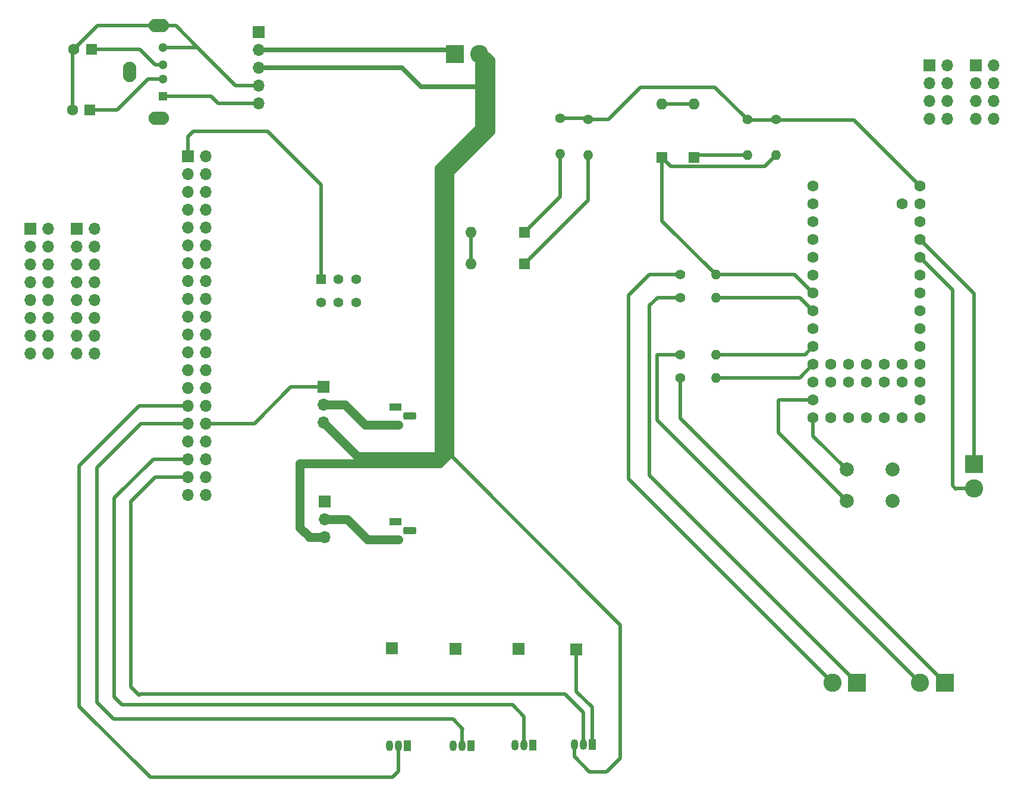
<source format=gbr>
%TF.GenerationSoftware,KiCad,Pcbnew,6.0.2-378541a8eb~116~ubuntu20.04.1*%
%TF.CreationDate,2022-03-03T13:02:12+02:00*%
%TF.ProjectId,system,73797374-656d-42e6-9b69-6361645f7063,rev?*%
%TF.SameCoordinates,Original*%
%TF.FileFunction,Copper,L1,Top*%
%TF.FilePolarity,Positive*%
%FSLAX46Y46*%
G04 Gerber Fmt 4.6, Leading zero omitted, Abs format (unit mm)*
G04 Created by KiCad (PCBNEW 6.0.2-378541a8eb~116~ubuntu20.04.1) date 2022-03-03 13:02:12*
%MOMM*%
%LPD*%
G01*
G04 APERTURE LIST*
G04 Aperture macros list*
%AMRoundRect*
0 Rectangle with rounded corners*
0 $1 Rounding radius*
0 $2 $3 $4 $5 $6 $7 $8 $9 X,Y pos of 4 corners*
0 Add a 4 corners polygon primitive as box body*
4,1,4,$2,$3,$4,$5,$6,$7,$8,$9,$2,$3,0*
0 Add four circle primitives for the rounded corners*
1,1,$1+$1,$2,$3*
1,1,$1+$1,$4,$5*
1,1,$1+$1,$6,$7*
1,1,$1+$1,$8,$9*
0 Add four rect primitives between the rounded corners*
20,1,$1+$1,$2,$3,$4,$5,0*
20,1,$1+$1,$4,$5,$6,$7,0*
20,1,$1+$1,$6,$7,$8,$9,0*
20,1,$1+$1,$8,$9,$2,$3,0*%
G04 Aperture macros list end*
%TA.AperFunction,ComponentPad*%
%ADD10R,1.700000X1.700000*%
%TD*%
%TA.AperFunction,ComponentPad*%
%ADD11C,1.400000*%
%TD*%
%TA.AperFunction,ComponentPad*%
%ADD12O,1.400000X1.400000*%
%TD*%
%TA.AperFunction,ComponentPad*%
%ADD13O,1.700000X1.700000*%
%TD*%
%TA.AperFunction,ComponentPad*%
%ADD14R,1.050000X1.500000*%
%TD*%
%TA.AperFunction,ComponentPad*%
%ADD15O,1.050000X1.500000*%
%TD*%
%TA.AperFunction,ComponentPad*%
%ADD16R,1.600000X1.600000*%
%TD*%
%TA.AperFunction,ComponentPad*%
%ADD17C,1.600000*%
%TD*%
%TA.AperFunction,ComponentPad*%
%ADD18O,1.600000X1.600000*%
%TD*%
%TA.AperFunction,ComponentPad*%
%ADD19R,2.600000X2.600000*%
%TD*%
%TA.AperFunction,ComponentPad*%
%ADD20C,2.600000*%
%TD*%
%TA.AperFunction,ComponentPad*%
%ADD21R,1.800000X1.100000*%
%TD*%
%TA.AperFunction,ComponentPad*%
%ADD22RoundRect,0.275000X-0.625000X0.275000X-0.625000X-0.275000X0.625000X-0.275000X0.625000X0.275000X0*%
%TD*%
%TA.AperFunction,ComponentPad*%
%ADD23C,2.000000*%
%TD*%
%TA.AperFunction,ComponentPad*%
%ADD24R,1.300000X1.300000*%
%TD*%
%TA.AperFunction,ComponentPad*%
%ADD25C,1.300000*%
%TD*%
%TA.AperFunction,ComponentPad*%
%ADD26O,2.900000X1.900000*%
%TD*%
%TA.AperFunction,ComponentPad*%
%ADD27O,1.900000X2.900000*%
%TD*%
%TA.AperFunction,ComponentPad*%
%ADD28R,1.400000X1.400000*%
%TD*%
%TA.AperFunction,Conductor*%
%ADD29C,1.300000*%
%TD*%
%TA.AperFunction,Conductor*%
%ADD30C,0.500000*%
%TD*%
%TA.AperFunction,Conductor*%
%ADD31C,0.700000*%
%TD*%
G04 APERTURE END LIST*
D10*
%TO.P,Sol4,1*%
%TO.N,Net-(Q1-Pad1)*%
X178800000Y-125400000D03*
%TD*%
%TO.P,Sol2,1*%
%TO.N,Net-(Q3-Pad1)*%
X169900000Y-125400000D03*
%TD*%
D11*
%TO.P,R6,1*%
%TO.N,/Encoder_2_A*%
X201832000Y-83474000D03*
D12*
%TO.P,R6,2*%
%TO.N,Net-(D3-Pad1)*%
X206912000Y-83474000D03*
%TD*%
D11*
%TO.P,R7,1*%
%TO.N,Net-(R1-Pad1)*%
X184772000Y-49834000D03*
D12*
%TO.P,R7,2*%
%TO.N,Net-(D4-Pad1)*%
X184772000Y-54914000D03*
%TD*%
D10*
%TO.P,J12,1,Pin_1*%
%TO.N,unconnected-(J12-Pad1)*%
X243925000Y-42300000D03*
D13*
%TO.P,J12,2,Pin_2*%
%TO.N,unconnected-(J12-Pad2)*%
X246465000Y-42300000D03*
%TO.P,J12,3,Pin_3*%
%TO.N,unconnected-(J12-Pad3)*%
X243925000Y-44840000D03*
%TO.P,J12,4,Pin_4*%
%TO.N,unconnected-(J12-Pad4)*%
X246465000Y-44840000D03*
%TO.P,J12,5,Pin_5*%
%TO.N,unconnected-(J12-Pad5)*%
X243925000Y-47380000D03*
%TO.P,J12,6,Pin_6*%
%TO.N,unconnected-(J12-Pad6)*%
X246465000Y-47380000D03*
%TO.P,J12,7,Pin_7*%
%TO.N,unconnected-(J12-Pad7)*%
X243925000Y-49920000D03*
%TO.P,J12,8,Pin_8*%
%TO.N,unconnected-(J12-Pad8)*%
X246465000Y-49920000D03*
%TD*%
D11*
%TO.P,R4,1*%
%TO.N,/Encoder_1_B*%
X201832000Y-75376000D03*
D12*
%TO.P,R4,2*%
%TO.N,Net-(D2-Pad1)*%
X206912000Y-75376000D03*
%TD*%
D11*
%TO.P,R8,1*%
%TO.N,/Encoder_2_B*%
X201832000Y-86776000D03*
D12*
%TO.P,R8,2*%
%TO.N,Net-(D4-Pad1)*%
X206912000Y-86776000D03*
%TD*%
D14*
%TO.P,Q1,1,D*%
%TO.N,Net-(Q1-Pad1)*%
X180900000Y-139100000D03*
D15*
%TO.P,Q1,2,G*%
%TO.N,/GPIO_19*%
X179630000Y-139100000D03*
%TO.P,Q1,3,S*%
%TO.N,GND*%
X178360000Y-139100000D03*
%TD*%
D10*
%TO.P,J4,1,Pin_1*%
%TO.N,/GPIO_13*%
X151190000Y-104387500D03*
D13*
%TO.P,J4,2,Pin_2*%
%TO.N,Net-(J4-Pad2)*%
X151190000Y-106927500D03*
%TO.P,J4,3,Pin_3*%
%TO.N,GND*%
X151190000Y-109467500D03*
%TD*%
D10*
%TO.P,Reg1,1,EN*%
%TO.N,unconnected-(Reg1-Pad1)*%
X141825000Y-37550000D03*
D13*
%TO.P,Reg1,2,V_in*%
%TO.N,+8V*%
X141825000Y-40090000D03*
%TO.P,Reg1,3,GND*%
%TO.N,GND*%
X141825000Y-42630000D03*
%TO.P,Reg1,4,GND*%
X141825000Y-45170000D03*
%TO.P,Reg1,5,V_out*%
%TO.N,Net-(Reg1-Pad5)*%
X141825000Y-47710000D03*
%TD*%
D16*
%TO.P,C1,1*%
%TO.N,Net-(C1-Pad1)*%
X117800000Y-48600000D03*
D17*
%TO.P,C1,2*%
%TO.N,GND*%
X115300000Y-48600000D03*
%TD*%
D14*
%TO.P,Q3,1,D*%
%TO.N,Net-(Q3-Pad1)*%
X172100000Y-139200000D03*
D15*
%TO.P,Q3,2,G*%
%TO.N,/GPIO_6*%
X170830000Y-139200000D03*
%TO.P,Q3,3,S*%
%TO.N,GND*%
X169560000Y-139200000D03*
%TD*%
D16*
%TO.P,D1,1,K*%
%TO.N,Net-(D1-Pad1)*%
X199272000Y-55384000D03*
D18*
%TO.P,D1,2,A*%
%TO.N,GND*%
X199272000Y-47764000D03*
%TD*%
D10*
%TO.P,J10,1,Pin_1*%
%TO.N,unconnected-(J10-Pad1)*%
X109325000Y-65525000D03*
D13*
%TO.P,J10,2,Pin_2*%
%TO.N,unconnected-(J10-Pad2)*%
X111865000Y-65525000D03*
%TO.P,J10,3,Pin_3*%
%TO.N,unconnected-(J10-Pad3)*%
X109325000Y-68065000D03*
%TO.P,J10,4,Pin_4*%
%TO.N,unconnected-(J10-Pad4)*%
X111865000Y-68065000D03*
%TO.P,J10,5,Pin_5*%
%TO.N,unconnected-(J10-Pad5)*%
X109325000Y-70605000D03*
%TO.P,J10,6,Pin_6*%
%TO.N,unconnected-(J10-Pad6)*%
X111865000Y-70605000D03*
%TO.P,J10,7,Pin_7*%
%TO.N,unconnected-(J10-Pad7)*%
X109325000Y-73145000D03*
%TO.P,J10,8,Pin_8*%
%TO.N,unconnected-(J10-Pad8)*%
X111865000Y-73145000D03*
%TO.P,J10,9,Pin_9*%
%TO.N,unconnected-(J10-Pad9)*%
X109325000Y-75685000D03*
%TO.P,J10,10,Pin_10*%
%TO.N,unconnected-(J10-Pad10)*%
X111865000Y-75685000D03*
%TO.P,J10,11,Pin_11*%
%TO.N,unconnected-(J10-Pad11)*%
X109325000Y-78225000D03*
%TO.P,J10,12,Pin_12*%
%TO.N,unconnected-(J10-Pad12)*%
X111865000Y-78225000D03*
%TO.P,J10,13,Pin_13*%
%TO.N,unconnected-(J10-Pad13)*%
X109325000Y-80765000D03*
%TO.P,J10,14,Pin_14*%
%TO.N,unconnected-(J10-Pad14)*%
X111865000Y-80765000D03*
%TO.P,J10,15,Pin_15*%
%TO.N,unconnected-(J10-Pad15)*%
X109325000Y-83305000D03*
%TO.P,J10,16,Pin_16*%
%TO.N,unconnected-(J10-Pad16)*%
X111865000Y-83305000D03*
%TD*%
D19*
%TO.P,J5,1,Pin_1*%
%TO.N,/Encoder_2_B*%
X239500000Y-130200000D03*
D20*
%TO.P,J5,2,Pin_2*%
%TO.N,/Encoder_2_A*%
X236000000Y-130200000D03*
%TD*%
D21*
%TO.P,Q6,1,G*%
%TO.N,Net-(Q5-Pad1)*%
X161290000Y-107312500D03*
D22*
%TO.P,Q6,2,D*%
%TO.N,+8V*%
X163360000Y-108582500D03*
%TO.P,Q6,3,S*%
%TO.N,Net-(J4-Pad2)*%
X161290000Y-109852500D03*
%TD*%
D11*
%TO.P,R3,1*%
%TO.N,/Encoder_1_A*%
X201832000Y-72074000D03*
D12*
%TO.P,R3,2*%
%TO.N,Net-(D1-Pad1)*%
X206912000Y-72074000D03*
%TD*%
D23*
%TO.P,SW2,1,1*%
%TO.N,Net-(SW2-Pad1)*%
X225550000Y-104350000D03*
X232050000Y-104350000D03*
%TO.P,SW2,2,2*%
%TO.N,Net-(SW2-Pad2)*%
X225550000Y-99850000D03*
X232050000Y-99850000D03*
%TD*%
D17*
%TO.P,U1,1,GND*%
%TO.N,GND*%
X220760000Y-59480000D03*
%TO.P,U1,2,0_RX1_CRX2_CS1*%
%TO.N,unconnected-(U1-Pad2)*%
X220760000Y-62020000D03*
%TO.P,U1,3,1_TX1_CTX2_MISO1*%
%TO.N,unconnected-(U1-Pad3)*%
X220760000Y-64560000D03*
%TO.P,U1,4,2_OUT2*%
%TO.N,unconnected-(U1-Pad4)*%
X220760000Y-67100000D03*
%TO.P,U1,5,3_LRCLK2*%
%TO.N,unconnected-(U1-Pad5)*%
X220760000Y-69640000D03*
%TO.P,U1,6,4_BCLK2*%
%TO.N,unconnected-(U1-Pad6)*%
X220760000Y-72180000D03*
%TO.P,U1,7,5_IN2*%
%TO.N,Net-(D1-Pad1)*%
X220760000Y-74720000D03*
%TO.P,U1,8,6_OUT1D*%
%TO.N,Net-(D2-Pad1)*%
X220760000Y-77260000D03*
%TO.P,U1,9,7_RX2_OUT1A*%
%TO.N,unconnected-(U1-Pad9)*%
X220760000Y-79800000D03*
%TO.P,U1,10,8_TX2_IN1*%
%TO.N,Net-(D3-Pad1)*%
X220760000Y-82340000D03*
%TO.P,U1,11,9_OUT1C*%
%TO.N,Net-(D4-Pad1)*%
X220760000Y-84880000D03*
%TO.P,U1,12,10_CS_MQSR*%
%TO.N,unconnected-(U1-Pad12)*%
X220760000Y-87420000D03*
%TO.P,U1,13,11_MOSI_CTX1*%
%TO.N,Net-(SW2-Pad1)*%
X220760000Y-89960000D03*
%TO.P,U1,14,12_MISO_MQSL*%
%TO.N,Net-(SW2-Pad2)*%
X220760000Y-92500000D03*
%TO.P,U1,15,VBAT*%
%TO.N,unconnected-(U1-Pad15)*%
X223300000Y-92500000D03*
%TO.P,U1,16,3V3*%
%TO.N,unconnected-(U1-Pad16)*%
X225840000Y-92500000D03*
%TO.P,U1,17,GND*%
%TO.N,unconnected-(U1-Pad17)*%
X228380000Y-92500000D03*
%TO.P,U1,18,PROGRAM*%
%TO.N,unconnected-(U1-Pad18)*%
X230920000Y-92500000D03*
%TO.P,U1,19,ON_OFF*%
%TO.N,unconnected-(U1-Pad19)*%
X233460000Y-92500000D03*
%TO.P,U1,20,13_SCK_CRX1_LED*%
%TO.N,unconnected-(U1-Pad20)*%
X236000000Y-92500000D03*
%TO.P,U1,21,14_A0_TX3_SPDIF_OUT*%
%TO.N,unconnected-(U1-Pad21)*%
X236000000Y-89960000D03*
%TO.P,U1,22,15_A1_RX3_SPDIF_IN*%
%TO.N,unconnected-(U1-Pad22)*%
X236000000Y-87420000D03*
%TO.P,U1,23,16_A2_RX4_SCL1*%
%TO.N,unconnected-(U1-Pad23)*%
X236000000Y-84880000D03*
%TO.P,U1,24,17_A3_TX4_SDA1*%
%TO.N,unconnected-(U1-Pad24)*%
X236000000Y-82340000D03*
%TO.P,U1,25,18_A4_SDA0*%
%TO.N,unconnected-(U1-Pad25)*%
X236000000Y-79800000D03*
%TO.P,U1,26,19_A5_SCL0*%
%TO.N,unconnected-(U1-Pad26)*%
X236000000Y-77260000D03*
%TO.P,U1,27,20_A6_TX5_LRCLK1*%
%TO.N,unconnected-(U1-Pad27)*%
X236000000Y-74720000D03*
%TO.P,U1,28,21_A7_RX5_BCLK1*%
%TO.N,unconnected-(U1-Pad28)*%
X236000000Y-72180000D03*
%TO.P,U1,29,22_A8_CTX1*%
%TO.N,/Servo_Left*%
X236000000Y-69640000D03*
%TO.P,U1,30,23_A9_CRX1_MCLK1*%
%TO.N,/Servo_Right*%
X236000000Y-67100000D03*
%TO.P,U1,31,3V3*%
%TO.N,unconnected-(U1-Pad31)*%
X236000000Y-64560000D03*
%TO.P,U1,32,GND*%
%TO.N,GND*%
X236000000Y-62020000D03*
%TO.P,U1,33,VIN*%
%TO.N,Net-(R1-Pad1)*%
X236000000Y-59480000D03*
%TO.P,U1,34,VUSB*%
%TO.N,unconnected-(U1-Pad34)*%
X233460000Y-62020000D03*
%TO.P,U1,35,24_A10_TX6_SCL2*%
%TO.N,unconnected-(U1-Pad35)*%
X233460000Y-87420000D03*
%TO.P,U1,36,25_A11_RX6_SDA2*%
%TO.N,unconnected-(U1-Pad36)*%
X233460000Y-84880000D03*
%TO.P,U1,37,26_A12_MOSI1*%
%TO.N,unconnected-(U1-Pad37)*%
X230920000Y-87420000D03*
%TO.P,U1,38,27_A13_SCK1*%
%TO.N,unconnected-(U1-Pad38)*%
X230920000Y-84880000D03*
%TO.P,U1,39,28_RX7*%
%TO.N,unconnected-(U1-Pad39)*%
X228380000Y-87420000D03*
%TO.P,U1,40,29_TX7*%
%TO.N,unconnected-(U1-Pad40)*%
X228380000Y-84880000D03*
%TO.P,U1,41,30_CRX3*%
%TO.N,unconnected-(U1-Pad41)*%
X225840000Y-87420000D03*
%TO.P,U1,42,31_CTX3*%
%TO.N,unconnected-(U1-Pad42)*%
X225840000Y-84880000D03*
%TO.P,U1,43,32_OUT1B*%
%TO.N,unconnected-(U1-Pad43)*%
X223300000Y-87420000D03*
%TO.P,U1,44,33_MCLK2*%
%TO.N,unconnected-(U1-Pad44)*%
X223300000Y-84880000D03*
%TD*%
D16*
%TO.P,D2,1,K*%
%TO.N,Net-(D2-Pad1)*%
X203772000Y-55384000D03*
D18*
%TO.P,D2,2,A*%
%TO.N,GND*%
X203772000Y-47764000D03*
%TD*%
D11*
%TO.P,R2,1*%
%TO.N,Net-(R1-Pad1)*%
X211400000Y-50000000D03*
D12*
%TO.P,R2,2*%
%TO.N,Net-(D2-Pad1)*%
X211400000Y-55080000D03*
%TD*%
D24*
%TO.P,J8,1,VBUS*%
%TO.N,Net-(Reg1-Pad5)*%
X128200000Y-46700000D03*
D25*
%TO.P,J8,2,D-*%
%TO.N,Net-(C1-Pad1)*%
X128200000Y-44200000D03*
%TO.P,J8,3,D+*%
%TO.N,Net-(C2-Pad1)*%
X128200000Y-42200000D03*
%TO.P,J8,4,GND*%
%TO.N,GND*%
X128200000Y-39700000D03*
D26*
%TO.P,J8,5,Shield*%
X127600000Y-49770000D03*
D27*
X123420000Y-43200000D03*
D26*
X127600000Y-36630000D03*
%TD*%
D16*
%TO.P,C2,1*%
%TO.N,Net-(C2-Pad1)*%
X118028856Y-40000000D03*
D17*
%TO.P,C2,2*%
%TO.N,GND*%
X115528856Y-40000000D03*
%TD*%
D10*
%TO.P,Sol3,1*%
%TO.N,Net-(Q4-Pad1)*%
X160775000Y-125350000D03*
%TD*%
D19*
%TO.P,J6,1,Pin_1*%
%TO.N,/Servo_Right*%
X243655000Y-99050000D03*
D20*
%TO.P,J6,2,Pin_2*%
%TO.N,/Servo_Left*%
X243655000Y-102550000D03*
%TD*%
D16*
%TO.P,D3,1,K*%
%TO.N,Net-(D3-Pad1)*%
X179682000Y-70574000D03*
D18*
%TO.P,D3,2,A*%
%TO.N,GND*%
X172062000Y-70574000D03*
%TD*%
D11*
%TO.P,R1,1*%
%TO.N,Net-(R1-Pad1)*%
X215500000Y-49960000D03*
D12*
%TO.P,R1,2*%
%TO.N,Net-(D1-Pad1)*%
X215500000Y-55040000D03*
%TD*%
D28*
%TO.P,SW1,1,A*%
%TO.N,/3.3V*%
X150692500Y-72750000D03*
D11*
%TO.P,SW1,2,B*%
%TO.N,Net-(Q5-Pad1)*%
X153192500Y-72750000D03*
%TO.P,SW1,3*%
%TO.N,N/C*%
X155692500Y-72750000D03*
%TO.P,SW1,4*%
X150692500Y-76050000D03*
%TO.P,SW1,5*%
X153192500Y-76050000D03*
%TO.P,SW1,6*%
X155692500Y-76050000D03*
%TD*%
D10*
%TO.P,J1,1,Pin_1*%
%TO.N,/3.3V*%
X131800000Y-55200000D03*
D13*
%TO.P,J1,2,Pin_2*%
%TO.N,/5V*%
X134340000Y-55200000D03*
%TO.P,J1,3,Pin_3*%
%TO.N,/GPIO_2*%
X131800000Y-57740000D03*
%TO.P,J1,4,Pin_4*%
%TO.N,/5V*%
X134340000Y-57740000D03*
%TO.P,J1,5,Pin_5*%
%TO.N,/GPIO_3*%
X131800000Y-60280000D03*
%TO.P,J1,6,Pin_6*%
%TO.N,/Ground*%
X134340000Y-60280000D03*
%TO.P,J1,7,Pin_7*%
%TO.N,/GPIO_4*%
X131800000Y-62820000D03*
%TO.P,J1,8,Pin_8*%
%TO.N,/GPIO_14*%
X134340000Y-62820000D03*
%TO.P,J1,9,Pin_9*%
%TO.N,/Ground*%
X131800000Y-65360000D03*
%TO.P,J1,10,Pin_10*%
%TO.N,/GPIO_15*%
X134340000Y-65360000D03*
%TO.P,J1,11,Pin_11*%
%TO.N,/GPIO_17*%
X131800000Y-67900000D03*
%TO.P,J1,12,Pin_12*%
%TO.N,/GPIO_18*%
X134340000Y-67900000D03*
%TO.P,J1,13,Pin_13*%
%TO.N,/GPIO_27*%
X131800000Y-70440000D03*
%TO.P,J1,14,Pin_14*%
%TO.N,/Ground*%
X134340000Y-70440000D03*
%TO.P,J1,15,Pin_15*%
%TO.N,/GPIO_22*%
X131800000Y-72980000D03*
%TO.P,J1,16,Pin_16*%
%TO.N,/GPIO_23*%
X134340000Y-72980000D03*
%TO.P,J1,17,Pin_17*%
%TO.N,/3.3V*%
X131800000Y-75520000D03*
%TO.P,J1,18,Pin_18*%
%TO.N,/GPIO_24*%
X134340000Y-75520000D03*
%TO.P,J1,19,Pin_19*%
%TO.N,/GPIO_10*%
X131800000Y-78060000D03*
%TO.P,J1,20,Pin_20*%
%TO.N,/Ground*%
X134340000Y-78060000D03*
%TO.P,J1,21,Pin_21*%
%TO.N,/GPIO_9*%
X131800000Y-80600000D03*
%TO.P,J1,22,Pin_22*%
%TO.N,/GPIO_25*%
X134340000Y-80600000D03*
%TO.P,J1,23,Pin_23*%
%TO.N,/GPIO_11*%
X131800000Y-83140000D03*
%TO.P,J1,24,Pin_24*%
%TO.N,/GPIO_8*%
X134340000Y-83140000D03*
%TO.P,J1,25,Pin_25*%
%TO.N,/Ground*%
X131800000Y-85680000D03*
%TO.P,J1,26,Pin_26*%
%TO.N,/GPIO_7*%
X134340000Y-85680000D03*
%TO.P,J1,27,Pin_27*%
%TO.N,/GPIO_0*%
X131800000Y-88220000D03*
%TO.P,J1,28,Pin_28*%
%TO.N,/GPIO_1*%
X134340000Y-88220000D03*
%TO.P,J1,29,Pin_29*%
%TO.N,/GPIO_5*%
X131800000Y-90760000D03*
%TO.P,J1,30,Pin_30*%
%TO.N,/Ground*%
X134340000Y-90760000D03*
%TO.P,J1,31,Pin_31*%
%TO.N,/GPIO_6*%
X131800000Y-93300000D03*
%TO.P,J1,32,Pin_32*%
%TO.N,/GPIO_12*%
X134340000Y-93300000D03*
%TO.P,J1,33,Pin_33*%
%TO.N,/GPIO_13*%
X131800000Y-95840000D03*
%TO.P,J1,34,Pin_34*%
%TO.N,/Ground*%
X134340000Y-95840000D03*
%TO.P,J1,35,Pin_35*%
%TO.N,/GPIO_19*%
X131800000Y-98380000D03*
%TO.P,J1,36,Pin_36*%
%TO.N,/GPIO_16*%
X134340000Y-98380000D03*
%TO.P,J1,37,Pin_37*%
%TO.N,/GPIO_26*%
X131800000Y-100920000D03*
%TO.P,J1,38,Pin_38*%
%TO.N,/GPIO_20*%
X134340000Y-100920000D03*
%TO.P,J1,39,Pin_39*%
%TO.N,/Ground*%
X131800000Y-103460000D03*
%TO.P,J1,40,Pin_40*%
%TO.N,/GPIO_21*%
X134340000Y-103460000D03*
%TD*%
D10*
%TO.P,J3,1,Pin_1*%
%TO.N,/GPIO_12*%
X151090000Y-88087500D03*
D13*
%TO.P,J3,2,Pin_2*%
%TO.N,Net-(J3-Pad2)*%
X151090000Y-90627500D03*
%TO.P,J3,3,Pin_3*%
%TO.N,GND*%
X151090000Y-93167500D03*
%TD*%
D10*
%TO.P,Sol1,1*%
%TO.N,Net-(Q2-Pad1)*%
X187075000Y-125450000D03*
%TD*%
D16*
%TO.P,D4,1,K*%
%TO.N,Net-(D4-Pad1)*%
X179682000Y-66074000D03*
D18*
%TO.P,D4,2,A*%
%TO.N,GND*%
X172062000Y-66074000D03*
%TD*%
D11*
%TO.P,R5,1*%
%TO.N,Net-(R1-Pad1)*%
X188772000Y-49974000D03*
D12*
%TO.P,R5,2*%
%TO.N,Net-(D3-Pad1)*%
X188772000Y-55054000D03*
%TD*%
D19*
%TO.P,J2,1,Pin_1*%
%TO.N,/Encoder_1_B*%
X227000000Y-130200000D03*
D20*
%TO.P,J2,2,Pin_2*%
%TO.N,/Encoder_1_A*%
X223500000Y-130200000D03*
%TD*%
D14*
%TO.P,Q2,1,D*%
%TO.N,Net-(Q2-Pad1)*%
X189300000Y-139050000D03*
D15*
%TO.P,Q2,2,G*%
%TO.N,/GPIO_26*%
X188030000Y-139050000D03*
%TO.P,Q2,3,S*%
%TO.N,GND*%
X186760000Y-139050000D03*
%TD*%
D21*
%TO.P,Q5,1,G*%
%TO.N,Net-(Q5-Pad1)*%
X161290000Y-90912500D03*
D22*
%TO.P,Q5,2,D*%
%TO.N,+8V*%
X163360000Y-92182500D03*
%TO.P,Q5,3,S*%
%TO.N,Net-(J3-Pad2)*%
X161290000Y-93452500D03*
%TD*%
D14*
%TO.P,Q4,1,D*%
%TO.N,Net-(Q4-Pad1)*%
X163000000Y-139200000D03*
D15*
%TO.P,Q4,2,G*%
%TO.N,/GPIO_5*%
X161730000Y-139200000D03*
%TO.P,Q4,3,S*%
%TO.N,GND*%
X160460000Y-139200000D03*
%TD*%
D10*
%TO.P,J11,1,Pin_1*%
%TO.N,unconnected-(J11-Pad1)*%
X237350000Y-42300000D03*
D13*
%TO.P,J11,2,Pin_2*%
%TO.N,unconnected-(J11-Pad2)*%
X239890000Y-42300000D03*
%TO.P,J11,3,Pin_3*%
%TO.N,unconnected-(J11-Pad3)*%
X237350000Y-44840000D03*
%TO.P,J11,4,Pin_4*%
%TO.N,unconnected-(J11-Pad4)*%
X239890000Y-44840000D03*
%TO.P,J11,5,Pin_5*%
%TO.N,unconnected-(J11-Pad5)*%
X237350000Y-47380000D03*
%TO.P,J11,6,Pin_6*%
%TO.N,unconnected-(J11-Pad6)*%
X239890000Y-47380000D03*
%TO.P,J11,7,Pin_7*%
%TO.N,unconnected-(J11-Pad7)*%
X237350000Y-49920000D03*
%TO.P,J11,8,Pin_8*%
%TO.N,unconnected-(J11-Pad8)*%
X239890000Y-49920000D03*
%TD*%
D10*
%TO.P,J9,1,Pin_1*%
%TO.N,unconnected-(J9-Pad1)*%
X115925000Y-65525000D03*
D13*
%TO.P,J9,2,Pin_2*%
%TO.N,unconnected-(J9-Pad2)*%
X118465000Y-65525000D03*
%TO.P,J9,3,Pin_3*%
%TO.N,unconnected-(J9-Pad3)*%
X115925000Y-68065000D03*
%TO.P,J9,4,Pin_4*%
%TO.N,unconnected-(J9-Pad4)*%
X118465000Y-68065000D03*
%TO.P,J9,5,Pin_5*%
%TO.N,unconnected-(J9-Pad5)*%
X115925000Y-70605000D03*
%TO.P,J9,6,Pin_6*%
%TO.N,unconnected-(J9-Pad6)*%
X118465000Y-70605000D03*
%TO.P,J9,7,Pin_7*%
%TO.N,unconnected-(J9-Pad7)*%
X115925000Y-73145000D03*
%TO.P,J9,8,Pin_8*%
%TO.N,unconnected-(J9-Pad8)*%
X118465000Y-73145000D03*
%TO.P,J9,9,Pin_9*%
%TO.N,unconnected-(J9-Pad9)*%
X115925000Y-75685000D03*
%TO.P,J9,10,Pin_10*%
%TO.N,unconnected-(J9-Pad10)*%
X118465000Y-75685000D03*
%TO.P,J9,11,Pin_11*%
%TO.N,unconnected-(J9-Pad11)*%
X115925000Y-78225000D03*
%TO.P,J9,12,Pin_12*%
%TO.N,unconnected-(J9-Pad12)*%
X118465000Y-78225000D03*
%TO.P,J9,13,Pin_13*%
%TO.N,unconnected-(J9-Pad13)*%
X115925000Y-80765000D03*
%TO.P,J9,14,Pin_14*%
%TO.N,unconnected-(J9-Pad14)*%
X118465000Y-80765000D03*
%TO.P,J9,15,Pin_15*%
%TO.N,unconnected-(J9-Pad15)*%
X115925000Y-83305000D03*
%TO.P,J9,16,Pin_16*%
%TO.N,unconnected-(J9-Pad16)*%
X118465000Y-83305000D03*
%TD*%
D19*
%TO.P,J7,1,Pin_1*%
%TO.N,+8V*%
X169750000Y-40645000D03*
D20*
%TO.P,J7,2,Pin_2*%
%TO.N,GND*%
X173250000Y-40645000D03*
%TD*%
D29*
%TO.N,GND*%
X147700000Y-99000000D02*
X147700000Y-108100000D01*
X167640000Y-98000000D02*
X168580000Y-98000000D01*
X168660000Y-57440000D02*
X168660000Y-97920000D01*
X155922500Y-98000000D02*
X167640000Y-98000000D01*
D30*
X138570000Y-45170000D02*
X133100000Y-39700000D01*
X193300000Y-141000000D02*
X193300000Y-122000000D01*
D29*
X173905000Y-40645000D02*
X174500000Y-41240000D01*
D30*
X130030000Y-36630000D02*
X133100000Y-39700000D01*
X115300000Y-48600000D02*
X115300000Y-40228856D01*
D29*
X156500000Y-99000000D02*
X147700000Y-99000000D01*
D30*
X141825000Y-45170000D02*
X138570000Y-45170000D01*
D29*
X151090000Y-93167500D02*
X155922500Y-98000000D01*
X149032500Y-109432500D02*
X149032500Y-109467500D01*
X168660000Y-97920000D02*
X168580000Y-98000000D01*
D30*
X186760000Y-139050000D02*
X186760000Y-140760000D01*
X193300000Y-122000000D02*
X169400000Y-98100000D01*
D29*
X174500000Y-41240000D02*
X174500000Y-51600000D01*
D31*
X164950000Y-45350000D02*
X173250000Y-45350000D01*
D30*
X186760000Y-140760000D02*
X188900000Y-142900000D01*
D29*
X167500000Y-56920000D02*
X167500000Y-97860000D01*
D30*
X115300000Y-40228856D02*
X115528856Y-40000000D01*
D29*
X156300000Y-98800000D02*
X156500000Y-99000000D01*
D30*
X175300000Y-51800000D02*
X175300000Y-41400000D01*
D29*
X173250000Y-43250000D02*
X173250000Y-45350000D01*
D31*
X162230000Y-42630000D02*
X164950000Y-45350000D01*
D30*
X169400000Y-57700000D02*
X175300000Y-51800000D01*
D29*
X167580000Y-99000000D02*
X168580000Y-98000000D01*
X173250000Y-45350000D02*
X173250000Y-51170000D01*
D30*
X127600000Y-36630000D02*
X130030000Y-36630000D01*
D29*
X149032500Y-109467500D02*
X151190000Y-109467500D01*
D31*
X141825000Y-42630000D02*
X162230000Y-42630000D01*
D30*
X173250000Y-44650000D02*
X173250000Y-43250000D01*
D29*
X167500000Y-97860000D02*
X167640000Y-98000000D01*
D30*
X199272000Y-47764000D02*
X203772000Y-47764000D01*
X169400000Y-98100000D02*
X169400000Y-57700000D01*
D29*
X173250000Y-40645000D02*
X173905000Y-40645000D01*
D30*
X118898856Y-36630000D02*
X127600000Y-36630000D01*
X174545000Y-40645000D02*
X173250000Y-40645000D01*
X188900000Y-142900000D02*
X191400000Y-142900000D01*
D29*
X147700000Y-108100000D02*
X149032500Y-109432500D01*
D30*
X175300000Y-41400000D02*
X174545000Y-40645000D01*
X172062000Y-66074000D02*
X172062000Y-70574000D01*
D29*
X173250000Y-40645000D02*
X173250000Y-43250000D01*
D30*
X133100000Y-39700000D02*
X128200000Y-39700000D01*
X115528856Y-40000000D02*
X118898856Y-36630000D01*
D29*
X173250000Y-51170000D02*
X167500000Y-56920000D01*
D30*
X191400000Y-142900000D02*
X193300000Y-141000000D01*
D29*
X156500000Y-99000000D02*
X167580000Y-99000000D01*
X174500000Y-51600000D02*
X168660000Y-57440000D01*
D30*
%TO.N,Net-(D2-Pad1)*%
X218876000Y-75376000D02*
X220760000Y-77260000D01*
X204076000Y-55080000D02*
X203772000Y-55384000D01*
X206912000Y-75376000D02*
X218876000Y-75376000D01*
X211400000Y-55080000D02*
X204076000Y-55080000D01*
%TO.N,Net-(D4-Pad1)*%
X184772000Y-60984000D02*
X179682000Y-66074000D01*
X218864000Y-86776000D02*
X220760000Y-84880000D01*
X206912000Y-86776000D02*
X218864000Y-86776000D01*
X184772000Y-54914000D02*
X184772000Y-60984000D01*
%TO.N,/3.3V*%
X132500000Y-51700000D02*
X143100000Y-51700000D01*
X131800000Y-55200000D02*
X131800000Y-52400000D01*
X150692500Y-59292500D02*
X150692500Y-72750000D01*
X131800000Y-52400000D02*
X132500000Y-51700000D01*
X143100000Y-51700000D02*
X150692500Y-59292500D01*
%TO.N,/GPIO_5*%
X160900000Y-143700000D02*
X161730000Y-142870000D01*
X131800000Y-90760000D02*
X124840000Y-90760000D01*
X161730000Y-142870000D02*
X161730000Y-139200000D01*
X116300000Y-133600000D02*
X126400000Y-143700000D01*
X116300000Y-99300000D02*
X116300000Y-133600000D01*
X124840000Y-90760000D02*
X116300000Y-99300000D01*
X126400000Y-143700000D02*
X160900000Y-143700000D01*
%TO.N,/GPIO_6*%
X170900000Y-136800000D02*
X170830000Y-136870000D01*
X121200000Y-135400000D02*
X169500000Y-135400000D01*
X125100000Y-93300000D02*
X118800000Y-99600000D01*
X170830000Y-136870000D02*
X170830000Y-139200000D01*
X169500000Y-135400000D02*
X170900000Y-136800000D01*
X118800000Y-133000000D02*
X121200000Y-135400000D01*
X131800000Y-93300000D02*
X125100000Y-93300000D01*
X118800000Y-99600000D02*
X118800000Y-133000000D01*
%TO.N,/GPIO_12*%
X141200000Y-93300000D02*
X134340000Y-93300000D01*
X151090000Y-88087500D02*
X146412500Y-88087500D01*
X146412500Y-88087500D02*
X141200000Y-93300000D01*
%TO.N,/GPIO_19*%
X179630000Y-135030000D02*
X179630000Y-139100000D01*
X121300000Y-103900000D02*
X121300000Y-132300000D01*
X131800000Y-98380000D02*
X126820000Y-98380000D01*
X122400000Y-133400000D02*
X178000000Y-133400000D01*
X126820000Y-98380000D02*
X121300000Y-103900000D01*
X178000000Y-133400000D02*
X179630000Y-135030000D01*
X121300000Y-132300000D02*
X122400000Y-133400000D01*
%TO.N,/GPIO_26*%
X131800000Y-100920000D02*
X127080000Y-100920000D01*
X124800000Y-132000000D02*
X125000000Y-131800000D01*
X123600000Y-104400000D02*
X123600000Y-130800000D01*
X185400000Y-131800000D02*
X188030000Y-134430000D01*
X125000000Y-131800000D02*
X185400000Y-131800000D01*
X127080000Y-100920000D02*
X123600000Y-104400000D01*
X188030000Y-134430000D02*
X188030000Y-139050000D01*
X123600000Y-130800000D02*
X124800000Y-132000000D01*
%TO.N,/Encoder_2_B*%
X201832000Y-92532000D02*
X239500000Y-130200000D01*
X201832000Y-86776000D02*
X201832000Y-92532000D01*
%TO.N,/Encoder_1_A*%
X194500000Y-101200000D02*
X223500000Y-130200000D01*
X194500000Y-75000000D02*
X194500000Y-101200000D01*
X197426000Y-72074000D02*
X194500000Y-75000000D01*
X201832000Y-72074000D02*
X197426000Y-72074000D01*
D29*
%TO.N,Net-(J3-Pad2)*%
X151090000Y-90627500D02*
X154127500Y-90627500D01*
X154127500Y-90627500D02*
X156952500Y-93452500D01*
X156952500Y-93452500D02*
X161690000Y-93452500D01*
%TO.N,Net-(J4-Pad2)*%
X161690000Y-109852500D02*
X157352500Y-109852500D01*
X157352500Y-109852500D02*
X154427500Y-106927500D01*
X154427500Y-106927500D02*
X151190000Y-106927500D01*
D30*
%TO.N,/Encoder_2_A*%
X198574000Y-92774000D02*
X236000000Y-130200000D01*
X201832000Y-83474000D02*
X198574000Y-83474000D01*
X198574000Y-83474000D02*
X198574000Y-92774000D01*
%TO.N,/Servo_Right*%
X243655000Y-99050000D02*
X243655000Y-74755000D01*
X243655000Y-74755000D02*
X236000000Y-67100000D01*
%TO.N,/Servo_Left*%
X241100000Y-102600000D02*
X241150000Y-102550000D01*
X240600000Y-102100000D02*
X241100000Y-102600000D01*
X236000000Y-69640000D02*
X240600000Y-74240000D01*
X240600000Y-74240000D02*
X240600000Y-102100000D01*
X241150000Y-102550000D02*
X243655000Y-102550000D01*
%TO.N,Net-(Q2-Pad1)*%
X187075000Y-125450000D02*
X187075000Y-131475000D01*
X187075000Y-131475000D02*
X189300000Y-133700000D01*
X189300000Y-133700000D02*
X189300000Y-139050000D01*
D31*
%TO.N,+8V*%
X141825000Y-40090000D02*
X169195000Y-40090000D01*
D30*
X169195000Y-40090000D02*
X169750000Y-40645000D01*
%TO.N,Net-(R1-Pad1)*%
X191626000Y-49974000D02*
X196200000Y-45400000D01*
X226554000Y-50034000D02*
X236000000Y-59480000D01*
X211072000Y-50034000D02*
X214872000Y-50034000D01*
X188632000Y-49834000D02*
X188772000Y-49974000D01*
X206800000Y-45400000D02*
X211400000Y-50000000D01*
X188772000Y-49974000D02*
X191626000Y-49974000D01*
X214872000Y-50034000D02*
X226554000Y-50034000D01*
X196200000Y-45400000D02*
X206800000Y-45400000D01*
X184772000Y-49834000D02*
X188632000Y-49834000D01*
%TO.N,Net-(D3-Pad1)*%
X206912000Y-83474000D02*
X219626000Y-83474000D01*
X179682000Y-70574000D02*
X188772000Y-61484000D01*
X188772000Y-61484000D02*
X188772000Y-55054000D01*
X219626000Y-83474000D02*
X220760000Y-82340000D01*
%TO.N,/Encoder_1_B*%
X197500000Y-76500000D02*
X197500000Y-100700000D01*
X198624000Y-75376000D02*
X197500000Y-76500000D01*
X197500000Y-100700000D02*
X227000000Y-130200000D01*
X201832000Y-75376000D02*
X198624000Y-75376000D01*
%TO.N,Net-(SW2-Pad1)*%
X215800000Y-90100000D02*
X215940000Y-89960000D01*
X225550000Y-104350000D02*
X215800000Y-94600000D01*
X215800000Y-94600000D02*
X215800000Y-90100000D01*
X215940000Y-89960000D02*
X220760000Y-89960000D01*
%TO.N,Net-(SW2-Pad2)*%
X220760000Y-92500000D02*
X220760000Y-95060000D01*
X220760000Y-95060000D02*
X225550000Y-99850000D01*
%TO.N,Net-(D1-Pad1)*%
X199272000Y-64434000D02*
X206912000Y-72074000D01*
X213906489Y-56633511D02*
X215500000Y-55040000D01*
X206912000Y-72074000D02*
X218114000Y-72074000D01*
X199272000Y-55384000D02*
X200521511Y-56633511D01*
X200521511Y-56633511D02*
X213906489Y-56633511D01*
X218114000Y-72074000D02*
X220760000Y-74720000D01*
X199272000Y-55384000D02*
X199272000Y-64434000D01*
%TO.N,Net-(C1-Pad1)*%
X117800000Y-48600000D02*
X121700000Y-48600000D01*
X121700000Y-48600000D02*
X126100000Y-44200000D01*
X126100000Y-44200000D02*
X128200000Y-44200000D01*
%TO.N,Net-(C2-Pad1)*%
X124900000Y-40000000D02*
X118028856Y-40000000D01*
X127100000Y-42200000D02*
X124900000Y-40000000D01*
X128200000Y-42200000D02*
X127100000Y-42200000D01*
%TO.N,Net-(Reg1-Pad5)*%
X128200000Y-46700000D02*
X135100000Y-46700000D01*
X136110000Y-47710000D02*
X141825000Y-47710000D01*
X135100000Y-46700000D02*
X136110000Y-47710000D01*
%TD*%
M02*

</source>
